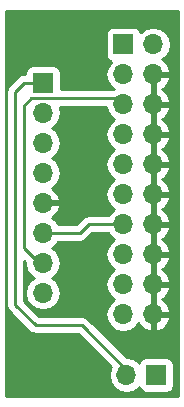
<source format=gbr>
G04 #@! TF.FileFunction,Copper,L1,Top,Signal*
%FSLAX46Y46*%
G04 Gerber Fmt 4.6, Leading zero omitted, Abs format (unit mm)*
G04 Created by KiCad (PCBNEW 4.0.6) date 03/16/18 17:26:31*
%MOMM*%
%LPD*%
G01*
G04 APERTURE LIST*
%ADD10C,0.100000*%
%ADD11R,1.700000X1.700000*%
%ADD12O,1.700000X1.700000*%
%ADD13C,0.250000*%
%ADD14C,0.254000*%
G04 APERTURE END LIST*
D10*
D11*
X139446000Y-87528400D03*
D12*
X136906000Y-87528400D03*
D11*
X136652000Y-59537600D03*
D12*
X139192000Y-59537600D03*
X136652000Y-62077600D03*
X139192000Y-62077600D03*
X136652000Y-64617600D03*
X139192000Y-64617600D03*
X136652000Y-67157600D03*
X139192000Y-67157600D03*
X136652000Y-69697600D03*
X139192000Y-69697600D03*
X136652000Y-72237600D03*
X139192000Y-72237600D03*
X136652000Y-74777600D03*
X139192000Y-74777600D03*
X136652000Y-77317600D03*
X139192000Y-77317600D03*
X136652000Y-79857600D03*
X139192000Y-79857600D03*
X136652000Y-82397600D03*
X139192000Y-82397600D03*
D11*
X129844800Y-62788800D03*
D12*
X129844800Y-65328800D03*
X129844800Y-67868800D03*
X129844800Y-70408800D03*
X129844800Y-72948800D03*
X129844800Y-75488800D03*
X129844800Y-78028800D03*
X129844800Y-80568800D03*
D13*
X129844800Y-62788800D02*
X128270000Y-62788800D01*
X133146800Y-83312000D02*
X136906000Y-87071200D01*
X129235200Y-83312000D02*
X133146800Y-83312000D01*
X127508000Y-81584800D02*
X129235200Y-83312000D01*
X127508000Y-63550800D02*
X127508000Y-81584800D01*
X128270000Y-62788800D02*
X127508000Y-63550800D01*
X136906000Y-87071200D02*
X136906000Y-87528400D01*
X129844800Y-78028800D02*
X129489200Y-78028800D01*
X129489200Y-78028800D02*
X128219200Y-76758800D01*
X128219200Y-76758800D02*
X128219200Y-64719200D01*
X128219200Y-64719200D02*
X128828800Y-64109600D01*
X128828800Y-64109600D02*
X136144000Y-64109600D01*
X136144000Y-64109600D02*
X136652000Y-64617600D01*
X129844800Y-75488800D02*
X132994400Y-75488800D01*
X133705600Y-74777600D02*
X136652000Y-74777600D01*
X132994400Y-75488800D02*
X133705600Y-74777600D01*
D14*
G36*
X141290000Y-89290000D02*
X126710000Y-89290000D01*
X126710000Y-63550800D01*
X126748000Y-63550800D01*
X126748000Y-81584800D01*
X126805852Y-81875639D01*
X126970599Y-82122201D01*
X128697799Y-83849401D01*
X128944361Y-84014148D01*
X129235200Y-84072000D01*
X132831998Y-84072000D01*
X135596917Y-86836919D01*
X135534039Y-86931022D01*
X135421000Y-87499307D01*
X135421000Y-87557493D01*
X135534039Y-88125778D01*
X135855946Y-88607547D01*
X136337715Y-88929454D01*
X136906000Y-89042493D01*
X137474285Y-88929454D01*
X137956054Y-88607547D01*
X137983850Y-88565948D01*
X137992838Y-88613717D01*
X138131910Y-88829841D01*
X138344110Y-88974831D01*
X138596000Y-89025840D01*
X140296000Y-89025840D01*
X140531317Y-88981562D01*
X140747441Y-88842490D01*
X140892431Y-88630290D01*
X140943440Y-88378400D01*
X140943440Y-86678400D01*
X140899162Y-86443083D01*
X140760090Y-86226959D01*
X140547890Y-86081969D01*
X140296000Y-86030960D01*
X138596000Y-86030960D01*
X138360683Y-86075238D01*
X138144559Y-86214310D01*
X137999569Y-86426510D01*
X137985914Y-86493941D01*
X137956054Y-86449253D01*
X137474285Y-86127346D01*
X136928356Y-86018754D01*
X133684201Y-82774599D01*
X133437639Y-82609852D01*
X133146800Y-82552000D01*
X129550002Y-82552000D01*
X128268000Y-81269998D01*
X128268000Y-77882402D01*
X128344592Y-77958994D01*
X128330707Y-78028800D01*
X128443746Y-78597085D01*
X128765653Y-79078854D01*
X129094826Y-79298800D01*
X128765653Y-79518746D01*
X128443746Y-80000515D01*
X128330707Y-80568800D01*
X128443746Y-81137085D01*
X128765653Y-81618854D01*
X129247422Y-81940761D01*
X129815707Y-82053800D01*
X129873893Y-82053800D01*
X130442178Y-81940761D01*
X130923947Y-81618854D01*
X131245854Y-81137085D01*
X131358893Y-80568800D01*
X131245854Y-80000515D01*
X130923947Y-79518746D01*
X130594774Y-79298800D01*
X130923947Y-79078854D01*
X131245854Y-78597085D01*
X131358893Y-78028800D01*
X131245854Y-77460515D01*
X130923947Y-76978746D01*
X130594774Y-76758800D01*
X130923947Y-76538854D01*
X131117754Y-76248800D01*
X132994400Y-76248800D01*
X133285239Y-76190948D01*
X133531801Y-76026201D01*
X134020402Y-75537600D01*
X135379046Y-75537600D01*
X135572853Y-75827654D01*
X135902026Y-76047600D01*
X135572853Y-76267546D01*
X135250946Y-76749315D01*
X135137907Y-77317600D01*
X135250946Y-77885885D01*
X135572853Y-78367654D01*
X135902026Y-78587600D01*
X135572853Y-78807546D01*
X135250946Y-79289315D01*
X135137907Y-79857600D01*
X135250946Y-80425885D01*
X135572853Y-80907654D01*
X135902026Y-81127600D01*
X135572853Y-81347546D01*
X135250946Y-81829315D01*
X135137907Y-82397600D01*
X135250946Y-82965885D01*
X135572853Y-83447654D01*
X136054622Y-83769561D01*
X136622907Y-83882600D01*
X136681093Y-83882600D01*
X137249378Y-83769561D01*
X137731147Y-83447654D01*
X137920345Y-83164499D01*
X137920355Y-83164524D01*
X138310642Y-83592783D01*
X138835108Y-83839086D01*
X139065000Y-83718419D01*
X139065000Y-82524600D01*
X139319000Y-82524600D01*
X139319000Y-83718419D01*
X139548892Y-83839086D01*
X140073358Y-83592783D01*
X140463645Y-83164524D01*
X140633476Y-82754490D01*
X140512155Y-82524600D01*
X139319000Y-82524600D01*
X139065000Y-82524600D01*
X139045000Y-82524600D01*
X139045000Y-82270600D01*
X139065000Y-82270600D01*
X139065000Y-79984600D01*
X139319000Y-79984600D01*
X139319000Y-82270600D01*
X140512155Y-82270600D01*
X140633476Y-82040710D01*
X140463645Y-81630676D01*
X140073358Y-81202417D01*
X139914046Y-81127600D01*
X140073358Y-81052783D01*
X140463645Y-80624524D01*
X140633476Y-80214490D01*
X140512155Y-79984600D01*
X139319000Y-79984600D01*
X139065000Y-79984600D01*
X139045000Y-79984600D01*
X139045000Y-79730600D01*
X139065000Y-79730600D01*
X139065000Y-77444600D01*
X139319000Y-77444600D01*
X139319000Y-79730600D01*
X140512155Y-79730600D01*
X140633476Y-79500710D01*
X140463645Y-79090676D01*
X140073358Y-78662417D01*
X139914046Y-78587600D01*
X140073358Y-78512783D01*
X140463645Y-78084524D01*
X140633476Y-77674490D01*
X140512155Y-77444600D01*
X139319000Y-77444600D01*
X139065000Y-77444600D01*
X139045000Y-77444600D01*
X139045000Y-77190600D01*
X139065000Y-77190600D01*
X139065000Y-74904600D01*
X139319000Y-74904600D01*
X139319000Y-77190600D01*
X140512155Y-77190600D01*
X140633476Y-76960710D01*
X140463645Y-76550676D01*
X140073358Y-76122417D01*
X139914046Y-76047600D01*
X140073358Y-75972783D01*
X140463645Y-75544524D01*
X140633476Y-75134490D01*
X140512155Y-74904600D01*
X139319000Y-74904600D01*
X139065000Y-74904600D01*
X139045000Y-74904600D01*
X139045000Y-74650600D01*
X139065000Y-74650600D01*
X139065000Y-72364600D01*
X139319000Y-72364600D01*
X139319000Y-74650600D01*
X140512155Y-74650600D01*
X140633476Y-74420710D01*
X140463645Y-74010676D01*
X140073358Y-73582417D01*
X139914046Y-73507600D01*
X140073358Y-73432783D01*
X140463645Y-73004524D01*
X140633476Y-72594490D01*
X140512155Y-72364600D01*
X139319000Y-72364600D01*
X139065000Y-72364600D01*
X139045000Y-72364600D01*
X139045000Y-72110600D01*
X139065000Y-72110600D01*
X139065000Y-69824600D01*
X139319000Y-69824600D01*
X139319000Y-72110600D01*
X140512155Y-72110600D01*
X140633476Y-71880710D01*
X140463645Y-71470676D01*
X140073358Y-71042417D01*
X139914046Y-70967600D01*
X140073358Y-70892783D01*
X140463645Y-70464524D01*
X140633476Y-70054490D01*
X140512155Y-69824600D01*
X139319000Y-69824600D01*
X139065000Y-69824600D01*
X139045000Y-69824600D01*
X139045000Y-69570600D01*
X139065000Y-69570600D01*
X139065000Y-67284600D01*
X139319000Y-67284600D01*
X139319000Y-69570600D01*
X140512155Y-69570600D01*
X140633476Y-69340710D01*
X140463645Y-68930676D01*
X140073358Y-68502417D01*
X139914046Y-68427600D01*
X140073358Y-68352783D01*
X140463645Y-67924524D01*
X140633476Y-67514490D01*
X140512155Y-67284600D01*
X139319000Y-67284600D01*
X139065000Y-67284600D01*
X139045000Y-67284600D01*
X139045000Y-67030600D01*
X139065000Y-67030600D01*
X139065000Y-64744600D01*
X139319000Y-64744600D01*
X139319000Y-67030600D01*
X140512155Y-67030600D01*
X140633476Y-66800710D01*
X140463645Y-66390676D01*
X140073358Y-65962417D01*
X139914046Y-65887600D01*
X140073358Y-65812783D01*
X140463645Y-65384524D01*
X140633476Y-64974490D01*
X140512155Y-64744600D01*
X139319000Y-64744600D01*
X139065000Y-64744600D01*
X139045000Y-64744600D01*
X139045000Y-64490600D01*
X139065000Y-64490600D01*
X139065000Y-62204600D01*
X139319000Y-62204600D01*
X139319000Y-64490600D01*
X140512155Y-64490600D01*
X140633476Y-64260710D01*
X140463645Y-63850676D01*
X140073358Y-63422417D01*
X139914046Y-63347600D01*
X140073358Y-63272783D01*
X140463645Y-62844524D01*
X140633476Y-62434490D01*
X140512155Y-62204600D01*
X139319000Y-62204600D01*
X139065000Y-62204600D01*
X139045000Y-62204600D01*
X139045000Y-61950600D01*
X139065000Y-61950600D01*
X139065000Y-61930600D01*
X139319000Y-61930600D01*
X139319000Y-61950600D01*
X140512155Y-61950600D01*
X140633476Y-61720710D01*
X140463645Y-61310676D01*
X140073358Y-60882417D01*
X139930447Y-60815302D01*
X140271147Y-60587654D01*
X140593054Y-60105885D01*
X140706093Y-59537600D01*
X140593054Y-58969315D01*
X140271147Y-58487546D01*
X139789378Y-58165639D01*
X139221093Y-58052600D01*
X139162907Y-58052600D01*
X138594622Y-58165639D01*
X138112853Y-58487546D01*
X138112029Y-58488779D01*
X138105162Y-58452283D01*
X137966090Y-58236159D01*
X137753890Y-58091169D01*
X137502000Y-58040160D01*
X135802000Y-58040160D01*
X135566683Y-58084438D01*
X135350559Y-58223510D01*
X135205569Y-58435710D01*
X135154560Y-58687600D01*
X135154560Y-60387600D01*
X135198838Y-60622917D01*
X135337910Y-60839041D01*
X135550110Y-60984031D01*
X135617541Y-60997686D01*
X135572853Y-61027546D01*
X135250946Y-61509315D01*
X135137907Y-62077600D01*
X135250946Y-62645885D01*
X135572853Y-63127654D01*
X135902026Y-63347600D01*
X135899033Y-63349600D01*
X131342240Y-63349600D01*
X131342240Y-61938800D01*
X131297962Y-61703483D01*
X131158890Y-61487359D01*
X130946690Y-61342369D01*
X130694800Y-61291360D01*
X128994800Y-61291360D01*
X128759483Y-61335638D01*
X128543359Y-61474710D01*
X128398369Y-61686910D01*
X128347360Y-61938800D01*
X128347360Y-62028800D01*
X128270000Y-62028800D01*
X127979161Y-62086652D01*
X127732599Y-62251399D01*
X126970599Y-63013399D01*
X126805852Y-63259961D01*
X126748000Y-63550800D01*
X126710000Y-63550800D01*
X126710000Y-56710000D01*
X141290000Y-56710000D01*
X141290000Y-89290000D01*
X141290000Y-89290000D01*
G37*
X141290000Y-89290000D02*
X126710000Y-89290000D01*
X126710000Y-63550800D01*
X126748000Y-63550800D01*
X126748000Y-81584800D01*
X126805852Y-81875639D01*
X126970599Y-82122201D01*
X128697799Y-83849401D01*
X128944361Y-84014148D01*
X129235200Y-84072000D01*
X132831998Y-84072000D01*
X135596917Y-86836919D01*
X135534039Y-86931022D01*
X135421000Y-87499307D01*
X135421000Y-87557493D01*
X135534039Y-88125778D01*
X135855946Y-88607547D01*
X136337715Y-88929454D01*
X136906000Y-89042493D01*
X137474285Y-88929454D01*
X137956054Y-88607547D01*
X137983850Y-88565948D01*
X137992838Y-88613717D01*
X138131910Y-88829841D01*
X138344110Y-88974831D01*
X138596000Y-89025840D01*
X140296000Y-89025840D01*
X140531317Y-88981562D01*
X140747441Y-88842490D01*
X140892431Y-88630290D01*
X140943440Y-88378400D01*
X140943440Y-86678400D01*
X140899162Y-86443083D01*
X140760090Y-86226959D01*
X140547890Y-86081969D01*
X140296000Y-86030960D01*
X138596000Y-86030960D01*
X138360683Y-86075238D01*
X138144559Y-86214310D01*
X137999569Y-86426510D01*
X137985914Y-86493941D01*
X137956054Y-86449253D01*
X137474285Y-86127346D01*
X136928356Y-86018754D01*
X133684201Y-82774599D01*
X133437639Y-82609852D01*
X133146800Y-82552000D01*
X129550002Y-82552000D01*
X128268000Y-81269998D01*
X128268000Y-77882402D01*
X128344592Y-77958994D01*
X128330707Y-78028800D01*
X128443746Y-78597085D01*
X128765653Y-79078854D01*
X129094826Y-79298800D01*
X128765653Y-79518746D01*
X128443746Y-80000515D01*
X128330707Y-80568800D01*
X128443746Y-81137085D01*
X128765653Y-81618854D01*
X129247422Y-81940761D01*
X129815707Y-82053800D01*
X129873893Y-82053800D01*
X130442178Y-81940761D01*
X130923947Y-81618854D01*
X131245854Y-81137085D01*
X131358893Y-80568800D01*
X131245854Y-80000515D01*
X130923947Y-79518746D01*
X130594774Y-79298800D01*
X130923947Y-79078854D01*
X131245854Y-78597085D01*
X131358893Y-78028800D01*
X131245854Y-77460515D01*
X130923947Y-76978746D01*
X130594774Y-76758800D01*
X130923947Y-76538854D01*
X131117754Y-76248800D01*
X132994400Y-76248800D01*
X133285239Y-76190948D01*
X133531801Y-76026201D01*
X134020402Y-75537600D01*
X135379046Y-75537600D01*
X135572853Y-75827654D01*
X135902026Y-76047600D01*
X135572853Y-76267546D01*
X135250946Y-76749315D01*
X135137907Y-77317600D01*
X135250946Y-77885885D01*
X135572853Y-78367654D01*
X135902026Y-78587600D01*
X135572853Y-78807546D01*
X135250946Y-79289315D01*
X135137907Y-79857600D01*
X135250946Y-80425885D01*
X135572853Y-80907654D01*
X135902026Y-81127600D01*
X135572853Y-81347546D01*
X135250946Y-81829315D01*
X135137907Y-82397600D01*
X135250946Y-82965885D01*
X135572853Y-83447654D01*
X136054622Y-83769561D01*
X136622907Y-83882600D01*
X136681093Y-83882600D01*
X137249378Y-83769561D01*
X137731147Y-83447654D01*
X137920345Y-83164499D01*
X137920355Y-83164524D01*
X138310642Y-83592783D01*
X138835108Y-83839086D01*
X139065000Y-83718419D01*
X139065000Y-82524600D01*
X139319000Y-82524600D01*
X139319000Y-83718419D01*
X139548892Y-83839086D01*
X140073358Y-83592783D01*
X140463645Y-83164524D01*
X140633476Y-82754490D01*
X140512155Y-82524600D01*
X139319000Y-82524600D01*
X139065000Y-82524600D01*
X139045000Y-82524600D01*
X139045000Y-82270600D01*
X139065000Y-82270600D01*
X139065000Y-79984600D01*
X139319000Y-79984600D01*
X139319000Y-82270600D01*
X140512155Y-82270600D01*
X140633476Y-82040710D01*
X140463645Y-81630676D01*
X140073358Y-81202417D01*
X139914046Y-81127600D01*
X140073358Y-81052783D01*
X140463645Y-80624524D01*
X140633476Y-80214490D01*
X140512155Y-79984600D01*
X139319000Y-79984600D01*
X139065000Y-79984600D01*
X139045000Y-79984600D01*
X139045000Y-79730600D01*
X139065000Y-79730600D01*
X139065000Y-77444600D01*
X139319000Y-77444600D01*
X139319000Y-79730600D01*
X140512155Y-79730600D01*
X140633476Y-79500710D01*
X140463645Y-79090676D01*
X140073358Y-78662417D01*
X139914046Y-78587600D01*
X140073358Y-78512783D01*
X140463645Y-78084524D01*
X140633476Y-77674490D01*
X140512155Y-77444600D01*
X139319000Y-77444600D01*
X139065000Y-77444600D01*
X139045000Y-77444600D01*
X139045000Y-77190600D01*
X139065000Y-77190600D01*
X139065000Y-74904600D01*
X139319000Y-74904600D01*
X139319000Y-77190600D01*
X140512155Y-77190600D01*
X140633476Y-76960710D01*
X140463645Y-76550676D01*
X140073358Y-76122417D01*
X139914046Y-76047600D01*
X140073358Y-75972783D01*
X140463645Y-75544524D01*
X140633476Y-75134490D01*
X140512155Y-74904600D01*
X139319000Y-74904600D01*
X139065000Y-74904600D01*
X139045000Y-74904600D01*
X139045000Y-74650600D01*
X139065000Y-74650600D01*
X139065000Y-72364600D01*
X139319000Y-72364600D01*
X139319000Y-74650600D01*
X140512155Y-74650600D01*
X140633476Y-74420710D01*
X140463645Y-74010676D01*
X140073358Y-73582417D01*
X139914046Y-73507600D01*
X140073358Y-73432783D01*
X140463645Y-73004524D01*
X140633476Y-72594490D01*
X140512155Y-72364600D01*
X139319000Y-72364600D01*
X139065000Y-72364600D01*
X139045000Y-72364600D01*
X139045000Y-72110600D01*
X139065000Y-72110600D01*
X139065000Y-69824600D01*
X139319000Y-69824600D01*
X139319000Y-72110600D01*
X140512155Y-72110600D01*
X140633476Y-71880710D01*
X140463645Y-71470676D01*
X140073358Y-71042417D01*
X139914046Y-70967600D01*
X140073358Y-70892783D01*
X140463645Y-70464524D01*
X140633476Y-70054490D01*
X140512155Y-69824600D01*
X139319000Y-69824600D01*
X139065000Y-69824600D01*
X139045000Y-69824600D01*
X139045000Y-69570600D01*
X139065000Y-69570600D01*
X139065000Y-67284600D01*
X139319000Y-67284600D01*
X139319000Y-69570600D01*
X140512155Y-69570600D01*
X140633476Y-69340710D01*
X140463645Y-68930676D01*
X140073358Y-68502417D01*
X139914046Y-68427600D01*
X140073358Y-68352783D01*
X140463645Y-67924524D01*
X140633476Y-67514490D01*
X140512155Y-67284600D01*
X139319000Y-67284600D01*
X139065000Y-67284600D01*
X139045000Y-67284600D01*
X139045000Y-67030600D01*
X139065000Y-67030600D01*
X139065000Y-64744600D01*
X139319000Y-64744600D01*
X139319000Y-67030600D01*
X140512155Y-67030600D01*
X140633476Y-66800710D01*
X140463645Y-66390676D01*
X140073358Y-65962417D01*
X139914046Y-65887600D01*
X140073358Y-65812783D01*
X140463645Y-65384524D01*
X140633476Y-64974490D01*
X140512155Y-64744600D01*
X139319000Y-64744600D01*
X139065000Y-64744600D01*
X139045000Y-64744600D01*
X139045000Y-64490600D01*
X139065000Y-64490600D01*
X139065000Y-62204600D01*
X139319000Y-62204600D01*
X139319000Y-64490600D01*
X140512155Y-64490600D01*
X140633476Y-64260710D01*
X140463645Y-63850676D01*
X140073358Y-63422417D01*
X139914046Y-63347600D01*
X140073358Y-63272783D01*
X140463645Y-62844524D01*
X140633476Y-62434490D01*
X140512155Y-62204600D01*
X139319000Y-62204600D01*
X139065000Y-62204600D01*
X139045000Y-62204600D01*
X139045000Y-61950600D01*
X139065000Y-61950600D01*
X139065000Y-61930600D01*
X139319000Y-61930600D01*
X139319000Y-61950600D01*
X140512155Y-61950600D01*
X140633476Y-61720710D01*
X140463645Y-61310676D01*
X140073358Y-60882417D01*
X139930447Y-60815302D01*
X140271147Y-60587654D01*
X140593054Y-60105885D01*
X140706093Y-59537600D01*
X140593054Y-58969315D01*
X140271147Y-58487546D01*
X139789378Y-58165639D01*
X139221093Y-58052600D01*
X139162907Y-58052600D01*
X138594622Y-58165639D01*
X138112853Y-58487546D01*
X138112029Y-58488779D01*
X138105162Y-58452283D01*
X137966090Y-58236159D01*
X137753890Y-58091169D01*
X137502000Y-58040160D01*
X135802000Y-58040160D01*
X135566683Y-58084438D01*
X135350559Y-58223510D01*
X135205569Y-58435710D01*
X135154560Y-58687600D01*
X135154560Y-60387600D01*
X135198838Y-60622917D01*
X135337910Y-60839041D01*
X135550110Y-60984031D01*
X135617541Y-60997686D01*
X135572853Y-61027546D01*
X135250946Y-61509315D01*
X135137907Y-62077600D01*
X135250946Y-62645885D01*
X135572853Y-63127654D01*
X135902026Y-63347600D01*
X135899033Y-63349600D01*
X131342240Y-63349600D01*
X131342240Y-61938800D01*
X131297962Y-61703483D01*
X131158890Y-61487359D01*
X130946690Y-61342369D01*
X130694800Y-61291360D01*
X128994800Y-61291360D01*
X128759483Y-61335638D01*
X128543359Y-61474710D01*
X128398369Y-61686910D01*
X128347360Y-61938800D01*
X128347360Y-62028800D01*
X128270000Y-62028800D01*
X127979161Y-62086652D01*
X127732599Y-62251399D01*
X126970599Y-63013399D01*
X126805852Y-63259961D01*
X126748000Y-63550800D01*
X126710000Y-63550800D01*
X126710000Y-56710000D01*
X141290000Y-56710000D01*
X141290000Y-89290000D01*
G36*
X135250946Y-65185885D02*
X135572853Y-65667654D01*
X135902026Y-65887600D01*
X135572853Y-66107546D01*
X135250946Y-66589315D01*
X135137907Y-67157600D01*
X135250946Y-67725885D01*
X135572853Y-68207654D01*
X135902026Y-68427600D01*
X135572853Y-68647546D01*
X135250946Y-69129315D01*
X135137907Y-69697600D01*
X135250946Y-70265885D01*
X135572853Y-70747654D01*
X135902026Y-70967600D01*
X135572853Y-71187546D01*
X135250946Y-71669315D01*
X135137907Y-72237600D01*
X135250946Y-72805885D01*
X135572853Y-73287654D01*
X135902026Y-73507600D01*
X135572853Y-73727546D01*
X135379046Y-74017600D01*
X133705600Y-74017600D01*
X133414761Y-74075452D01*
X133168199Y-74240199D01*
X132679598Y-74728800D01*
X131117754Y-74728800D01*
X130923947Y-74438746D01*
X130583247Y-74211098D01*
X130726158Y-74143983D01*
X131116445Y-73715724D01*
X131286276Y-73305690D01*
X131164955Y-73075800D01*
X129971800Y-73075800D01*
X129971800Y-73095800D01*
X129717800Y-73095800D01*
X129717800Y-73075800D01*
X129697800Y-73075800D01*
X129697800Y-72821800D01*
X129717800Y-72821800D01*
X129717800Y-72801800D01*
X129971800Y-72801800D01*
X129971800Y-72821800D01*
X131164955Y-72821800D01*
X131286276Y-72591910D01*
X131116445Y-72181876D01*
X130726158Y-71753617D01*
X130583247Y-71686502D01*
X130923947Y-71458854D01*
X131245854Y-70977085D01*
X131358893Y-70408800D01*
X131245854Y-69840515D01*
X130923947Y-69358746D01*
X130594774Y-69138800D01*
X130923947Y-68918854D01*
X131245854Y-68437085D01*
X131358893Y-67868800D01*
X131245854Y-67300515D01*
X130923947Y-66818746D01*
X130594774Y-66598800D01*
X130923947Y-66378854D01*
X131245854Y-65897085D01*
X131358893Y-65328800D01*
X131267552Y-64869600D01*
X135188033Y-64869600D01*
X135250946Y-65185885D01*
X135250946Y-65185885D01*
G37*
X135250946Y-65185885D02*
X135572853Y-65667654D01*
X135902026Y-65887600D01*
X135572853Y-66107546D01*
X135250946Y-66589315D01*
X135137907Y-67157600D01*
X135250946Y-67725885D01*
X135572853Y-68207654D01*
X135902026Y-68427600D01*
X135572853Y-68647546D01*
X135250946Y-69129315D01*
X135137907Y-69697600D01*
X135250946Y-70265885D01*
X135572853Y-70747654D01*
X135902026Y-70967600D01*
X135572853Y-71187546D01*
X135250946Y-71669315D01*
X135137907Y-72237600D01*
X135250946Y-72805885D01*
X135572853Y-73287654D01*
X135902026Y-73507600D01*
X135572853Y-73727546D01*
X135379046Y-74017600D01*
X133705600Y-74017600D01*
X133414761Y-74075452D01*
X133168199Y-74240199D01*
X132679598Y-74728800D01*
X131117754Y-74728800D01*
X130923947Y-74438746D01*
X130583247Y-74211098D01*
X130726158Y-74143983D01*
X131116445Y-73715724D01*
X131286276Y-73305690D01*
X131164955Y-73075800D01*
X129971800Y-73075800D01*
X129971800Y-73095800D01*
X129717800Y-73095800D01*
X129717800Y-73075800D01*
X129697800Y-73075800D01*
X129697800Y-72821800D01*
X129717800Y-72821800D01*
X129717800Y-72801800D01*
X129971800Y-72801800D01*
X129971800Y-72821800D01*
X131164955Y-72821800D01*
X131286276Y-72591910D01*
X131116445Y-72181876D01*
X130726158Y-71753617D01*
X130583247Y-71686502D01*
X130923947Y-71458854D01*
X131245854Y-70977085D01*
X131358893Y-70408800D01*
X131245854Y-69840515D01*
X130923947Y-69358746D01*
X130594774Y-69138800D01*
X130923947Y-68918854D01*
X131245854Y-68437085D01*
X131358893Y-67868800D01*
X131245854Y-67300515D01*
X130923947Y-66818746D01*
X130594774Y-66598800D01*
X130923947Y-66378854D01*
X131245854Y-65897085D01*
X131358893Y-65328800D01*
X131267552Y-64869600D01*
X135188033Y-64869600D01*
X135250946Y-65185885D01*
M02*

</source>
